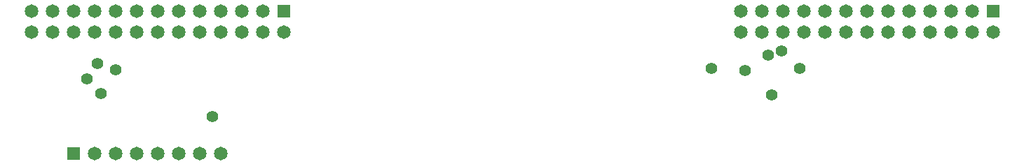
<source format=gts>
G04*
G04 #@! TF.GenerationSoftware,Altium Limited,Altium Designer,24.10.1 (45)*
G04*
G04 Layer_Color=8388736*
%FSLAX42Y42*%
%MOMM*%
G71*
G04*
G04 #@! TF.SameCoordinates,6BE155C9-00B4-4612-B876-D31AFA52546B*
G04*
G04*
G04 #@! TF.FilePolarity,Negative*
G04*
G01*
G75*
%ADD13R,1.65X1.65*%
%ADD14C,1.65*%
%ADD15C,1.42*%
D13*
X4712Y9550D02*
D03*
X15824Y11278D02*
D03*
X7252D02*
D03*
D14*
X4966Y9550D02*
D03*
X5220D02*
D03*
X5474D02*
D03*
X5728D02*
D03*
X5982D02*
D03*
X6236D02*
D03*
X6490D02*
D03*
X15824Y11024D02*
D03*
X15570Y11278D02*
D03*
Y11024D02*
D03*
X15316Y11278D02*
D03*
Y11024D02*
D03*
X15062Y11278D02*
D03*
Y11024D02*
D03*
X14808Y11278D02*
D03*
Y11024D02*
D03*
X14554Y11278D02*
D03*
Y11024D02*
D03*
X14300Y11278D02*
D03*
Y11024D02*
D03*
X14046Y11278D02*
D03*
Y11024D02*
D03*
X13792Y11278D02*
D03*
Y11024D02*
D03*
X13538Y11278D02*
D03*
Y11024D02*
D03*
X13284Y11278D02*
D03*
Y11024D02*
D03*
X13030Y11278D02*
D03*
Y11024D02*
D03*
X12776Y11278D02*
D03*
Y11024D02*
D03*
X7252D02*
D03*
X6998Y11278D02*
D03*
Y11024D02*
D03*
X6744Y11278D02*
D03*
Y11024D02*
D03*
X6490Y11278D02*
D03*
Y11024D02*
D03*
X6236Y11278D02*
D03*
Y11024D02*
D03*
X5982Y11278D02*
D03*
Y11024D02*
D03*
X5728Y11278D02*
D03*
Y11024D02*
D03*
X5474Y11278D02*
D03*
Y11024D02*
D03*
X5220Y11278D02*
D03*
Y11024D02*
D03*
X4966Y11278D02*
D03*
Y11024D02*
D03*
X4712Y11278D02*
D03*
Y11024D02*
D03*
X4458Y11278D02*
D03*
Y11024D02*
D03*
X4204Y11278D02*
D03*
Y11024D02*
D03*
D15*
X5042Y10274D02*
D03*
X6388Y9995D02*
D03*
X4877Y10452D02*
D03*
X5004Y10643D02*
D03*
X13106Y10744D02*
D03*
X13145Y10262D02*
D03*
X13487Y10579D02*
D03*
X13271Y10795D02*
D03*
X12827Y10554D02*
D03*
X12421Y10579D02*
D03*
X5220Y10566D02*
D03*
M02*

</source>
